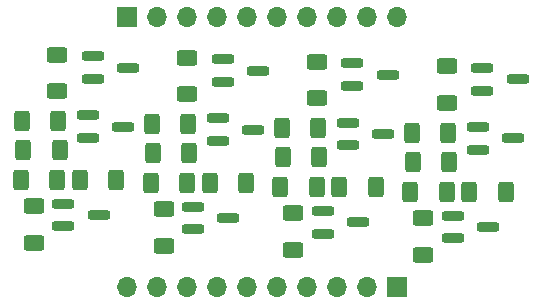
<source format=gbr>
%TF.GenerationSoftware,KiCad,Pcbnew,8.0.6*%
%TF.CreationDate,2024-11-07T23:38:59+00:00*%
%TF.ProjectId,pin_interface_circuit,70696e5f-696e-4746-9572-666163655f63,rev?*%
%TF.SameCoordinates,Original*%
%TF.FileFunction,Soldermask,Top*%
%TF.FilePolarity,Negative*%
%FSLAX46Y46*%
G04 Gerber Fmt 4.6, Leading zero omitted, Abs format (unit mm)*
G04 Created by KiCad (PCBNEW 8.0.6) date 2024-11-07 23:38:59*
%MOMM*%
%LPD*%
G01*
G04 APERTURE LIST*
G04 Aperture macros list*
%AMRoundRect*
0 Rectangle with rounded corners*
0 $1 Rounding radius*
0 $2 $3 $4 $5 $6 $7 $8 $9 X,Y pos of 4 corners*
0 Add a 4 corners polygon primitive as box body*
4,1,4,$2,$3,$4,$5,$6,$7,$8,$9,$2,$3,0*
0 Add four circle primitives for the rounded corners*
1,1,$1+$1,$2,$3*
1,1,$1+$1,$4,$5*
1,1,$1+$1,$6,$7*
1,1,$1+$1,$8,$9*
0 Add four rect primitives between the rounded corners*
20,1,$1+$1,$2,$3,$4,$5,0*
20,1,$1+$1,$4,$5,$6,$7,0*
20,1,$1+$1,$6,$7,$8,$9,0*
20,1,$1+$1,$8,$9,$2,$3,0*%
G04 Aperture macros list end*
%ADD10RoundRect,0.200000X-0.750000X-0.200000X0.750000X-0.200000X0.750000X0.200000X-0.750000X0.200000X0*%
%ADD11RoundRect,0.250000X-0.625000X0.400000X-0.625000X-0.400000X0.625000X-0.400000X0.625000X0.400000X0*%
%ADD12R,1.700000X1.700000*%
%ADD13O,1.700000X1.700000*%
%ADD14RoundRect,0.250000X-0.400000X-0.625000X0.400000X-0.625000X0.400000X0.625000X-0.400000X0.625000X0*%
%ADD15RoundRect,0.250000X0.400000X0.625000X-0.400000X0.625000X-0.400000X-0.625000X0.400000X-0.625000X0*%
G04 APERTURE END LIST*
D10*
%TO.C,Q12*%
X146550000Y-90500000D03*
X146550000Y-92400000D03*
X149550000Y-91450000D03*
%TD*%
D11*
%TO.C,R10*%
X122050000Y-89950000D03*
X122050000Y-93050000D03*
%TD*%
D12*
%TO.C,J1*%
X141780000Y-96500000D03*
D13*
X139240000Y-96500000D03*
X136700000Y-96500000D03*
X134160000Y-96500000D03*
X131620000Y-96500000D03*
X129080000Y-96500000D03*
X126540000Y-96500000D03*
X124000000Y-96500000D03*
X121460000Y-96500000D03*
X118920000Y-96500000D03*
%TD*%
D10*
%TO.C,Q11*%
X148650000Y-83000000D03*
X148650000Y-84900000D03*
X151650000Y-83950000D03*
%TD*%
%TO.C,Q1*%
X116050000Y-77000000D03*
X116050000Y-78900000D03*
X119050000Y-77950000D03*
%TD*%
D14*
%TO.C,R11*%
X121050000Y-82700000D03*
X124150000Y-82700000D03*
%TD*%
D11*
%TO.C,R7*%
X124050000Y-77100000D03*
X124050000Y-80200000D03*
%TD*%
D14*
%TO.C,R14*%
X136950000Y-88050000D03*
X140050000Y-88050000D03*
%TD*%
D10*
%TO.C,Q2*%
X115650000Y-82000000D03*
X115650000Y-83900000D03*
X118650000Y-82950000D03*
%TD*%
D14*
%TO.C,R6*%
X109950000Y-87450000D03*
X113050000Y-87450000D03*
%TD*%
D12*
%TO.C,J2*%
X118920000Y-73660000D03*
D13*
X121460000Y-73660000D03*
X124000000Y-73660000D03*
X126540000Y-73660000D03*
X129080000Y-73660000D03*
X131620000Y-73660000D03*
X134160000Y-73660000D03*
X136700000Y-73660000D03*
X139240000Y-73660000D03*
X141780000Y-73660000D03*
%TD*%
D10*
%TO.C,Q9*%
X135550000Y-90100000D03*
X135550000Y-92000000D03*
X138550000Y-91050000D03*
%TD*%
D14*
%TO.C,R18*%
X131950000Y-88050000D03*
X135050000Y-88050000D03*
%TD*%
D15*
%TO.C,R3*%
X113250000Y-84950000D03*
X110150000Y-84950000D03*
%TD*%
D10*
%TO.C,Q10*%
X149050000Y-78000000D03*
X149050000Y-79900000D03*
X152050000Y-78950000D03*
%TD*%
D14*
%TO.C,R23*%
X143050000Y-83450000D03*
X146150000Y-83450000D03*
%TD*%
D11*
%TO.C,R16*%
X133050000Y-90300000D03*
X133050000Y-93400000D03*
%TD*%
D14*
%TO.C,R12*%
X120950000Y-87700000D03*
X124050000Y-87700000D03*
%TD*%
D15*
%TO.C,R21*%
X146250000Y-85950000D03*
X143150000Y-85950000D03*
%TD*%
D10*
%TO.C,Q5*%
X126650000Y-82250000D03*
X126650000Y-84150000D03*
X129650000Y-83200000D03*
%TD*%
D14*
%TO.C,R5*%
X110050000Y-82450000D03*
X113150000Y-82450000D03*
%TD*%
%TO.C,R17*%
X132050000Y-83050000D03*
X135150000Y-83050000D03*
%TD*%
D11*
%TO.C,R13*%
X135050000Y-77450000D03*
X135050000Y-80550000D03*
%TD*%
D14*
%TO.C,R20*%
X147950000Y-88450000D03*
X151050000Y-88450000D03*
%TD*%
%TO.C,R8*%
X125950000Y-87700000D03*
X129050000Y-87700000D03*
%TD*%
D11*
%TO.C,R4*%
X111050000Y-89700000D03*
X111050000Y-92800000D03*
%TD*%
D15*
%TO.C,R9*%
X124250000Y-85200000D03*
X121150000Y-85200000D03*
%TD*%
D11*
%TO.C,R1*%
X113050000Y-76850000D03*
X113050000Y-79950000D03*
%TD*%
D14*
%TO.C,R2*%
X114950000Y-87450000D03*
X118050000Y-87450000D03*
%TD*%
D10*
%TO.C,Q4*%
X127050000Y-77250000D03*
X127050000Y-79150000D03*
X130050000Y-78200000D03*
%TD*%
%TO.C,Q3*%
X113550000Y-89500000D03*
X113550000Y-91400000D03*
X116550000Y-90450000D03*
%TD*%
%TO.C,Q7*%
X138050000Y-77600000D03*
X138050000Y-79500000D03*
X141050000Y-78550000D03*
%TD*%
%TO.C,Q6*%
X124550000Y-89750000D03*
X124550000Y-91650000D03*
X127550000Y-90700000D03*
%TD*%
D11*
%TO.C,R22*%
X144050000Y-90700000D03*
X144050000Y-93800000D03*
%TD*%
D10*
%TO.C,Q8*%
X137650000Y-82600000D03*
X137650000Y-84500000D03*
X140650000Y-83550000D03*
%TD*%
D15*
%TO.C,R15*%
X135250000Y-85550000D03*
X132150000Y-85550000D03*
%TD*%
D14*
%TO.C,R24*%
X142950000Y-88450000D03*
X146050000Y-88450000D03*
%TD*%
D11*
%TO.C,R19*%
X146050000Y-77850000D03*
X146050000Y-80950000D03*
%TD*%
M02*

</source>
